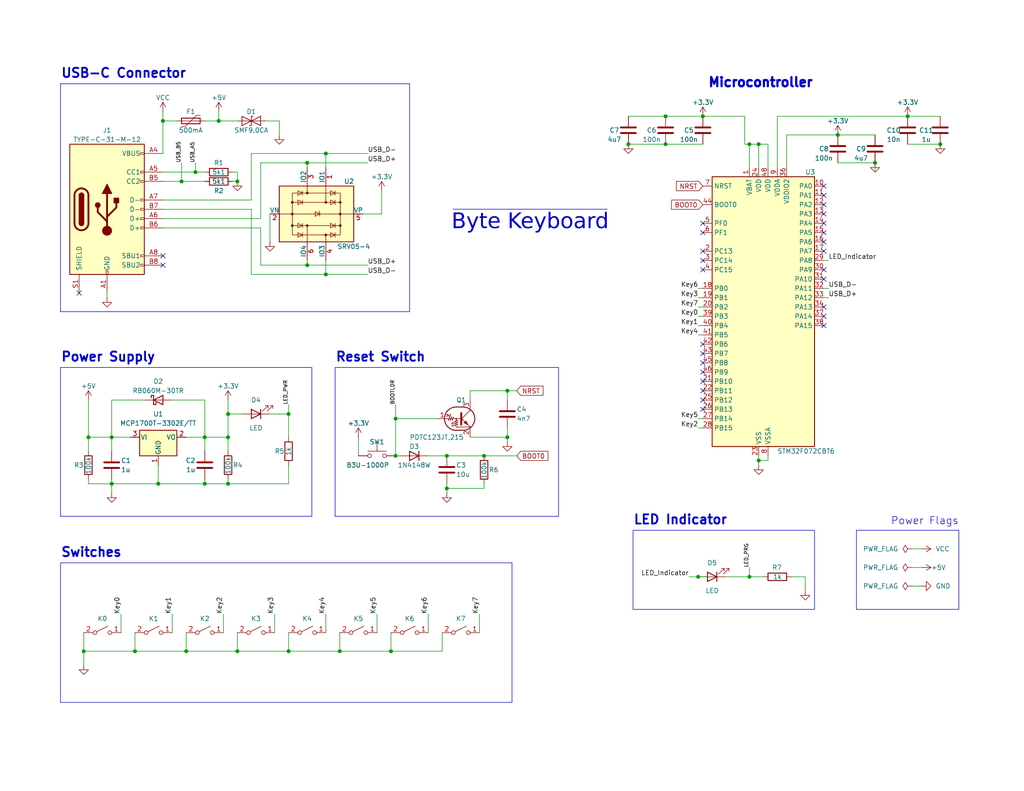
<source format=kicad_sch>
(kicad_sch (version 20231120) (generator "eeschema") (generator_version "8.0")
  (paper "USLetter")
  (title_block (title "Byte Keyboard") (date "2024-01-05") (rev "0.1.0") (company "rasch.co"))
  (lib_symbols
    (symbol "Connector:USB_C_Receptacle_USB2.0_16P" (pin_names (offset 1.016))
      (property "Reference" "J" (at 0 22.225 0))
      (property "Value" "USB_C_Receptacle_USB2.0_16P" (at 0 19.685 0))
      (symbol "USB_C_Receptacle_USB2.0_16P_1_1"
        (pin passive line (at 0 -22.86 90) (length 5.08) (name "GND") (number "A1"))
        (pin passive line (at 0 -22.86 90) (length 5.08) hide (name "GND") (number "A12"))
        (pin passive line (at 15.24 15.24 180) (length 5.08) (name "VBUS") (number "A4"))
        (pin bidirectional line (at 15.24 10.16 180) (length 5.08) (name "CC1") (number "A5"))
        (pin bidirectional line (at 15.24 -2.54 180) (length 5.08) (name "D+") (number "A6"))
        (pin bidirectional line (at 15.24 2.54 180) (length 5.08) (name "D-") (number "A7"))
        (pin bidirectional line (at 15.24 -12.7 180) (length 5.08) (name "SBU1") (number "A8"))
        (pin passive line (at 15.24 15.24 180) (length 5.08) hide (name "VBUS") (number "A9"))
        (pin passive line (at 0 -22.86 90) (length 5.08) hide (name "GND") (number "B1"))
        (pin passive line (at 0 -22.86 90) (length 5.08) hide (name "GND") (number "B12"))
        (pin passive line (at 15.24 15.24 180) (length 5.08) hide (name "VBUS") (number "B4"))
        (pin bidirectional line (at 15.24 7.62 180) (length 5.08) (name "CC2") (number "B5"))
        (pin bidirectional line (at 15.24 -5.08 180) (length 5.08) (name "D+") (number "B6"))
        (pin bidirectional line (at 15.24 0 180) (length 5.08) (name "D-") (number "B7"))
        (pin bidirectional line (at 15.24 -15.24 180) (length 5.08) (name "SBU2") (number "B8"))
        (pin passive line (at 15.24 15.24 180) (length 5.08) hide (name "VBUS") (number "B9"))
        (pin passive line (at -7.62 -22.86 90) (length 5.08) (name "SHIELD") (number "S1"))
      )
    )
    (symbol "Device:C" (pin_numbers hide) (pin_names (offset 0.254))
      (property "Reference" "C" (at 0.635 2.54 0))
      (property "Value" "C" (at 0.635 -2.54 0))
      (symbol "C_1_1"
        (pin passive line (at 0 3.81 270) (length 2.794) (name "~") (number "1"))
        (pin passive line (at 0 -3.81 90) (length 2.794) (name "~") (number "2"))
      )
    )
    (symbol "Device:D" (pin_numbers hide) (pin_names (offset 1.016) hide)
      (property "Reference" "D" (at 0 2.54 0))
      (property "Value" "D" (at 0 -2.54 0))
      (symbol "D_1_1"
        (pin passive line (at -3.81 0 0) (length 2.54) (name "K") (number "1"))
        (pin passive line (at 3.81 0 180) (length 2.54) (name "A") (number "2"))
      )
    )
    (symbol "Device:D_Schottky" (pin_numbers hide) (pin_names (offset 1.016) hide)
      (property "Reference" "D" (at 0 2.54 0))
      (property "Value" "D_Schottky" (at 0 -2.54 0))
      (symbol "D_Schottky_1_1"
        (pin passive line (at -3.81 0 0) (length 2.54) (name "K") (number "1"))
        (pin passive line (at 3.81 0 180) (length 2.54) (name "A") (number "2"))
      )
    )
    (symbol "Device:LED" (pin_numbers hide) (pin_names (offset 1.016) hide)
      (property "Reference" "D" (at 0 2.54 0))
      (property "Value" "LED" (at 0 -2.54 0))
      (symbol "LED_1_1"
        (pin passive line (at -3.81 0 0) (length 2.54) (name "K") (number "1"))
        (pin passive line (at 3.81 0 180) (length 2.54) (name "A") (number "2"))
      )
    )
    (symbol "Device:Polyfuse" (pin_numbers hide) (pin_names (offset 0))
      (property "Reference" "F" (at -2.54 0 90))
      (property "Value" "Polyfuse" (at 2.54 0 90))
      (symbol "Polyfuse_1_1"
        (pin passive line (at 0 3.81 270) (length 1.27) (name "~") (number "1"))
        (pin passive line (at 0 -3.81 90) (length 1.27) (name "~") (number "2"))
      )
    )
    (symbol "Device:R" (pin_numbers hide) (pin_names (offset 0))
      (property "Reference" "R" (at 2.032 0 90))
      (property "Value" "R" (at 0 0 90))
      (symbol "R_1_1"
        (pin passive line (at 0 3.81 270) (length 1.27) (name "~") (number "1"))
        (pin passive line (at 0 -3.81 90) (length 1.27) (name "~") (number "2"))
      )
    )
    (symbol "Diode:SMAJ9.0CA" (pin_numbers hide) (pin_names (offset 1.016) hide)
      (property "Reference" "D" (at 0 2.54 0))
      (property "Value" "SMAJ9.0CA" (at 0 -2.54 0))
      (symbol "SMAJ9.0CA_1_1"
        (pin passive line (at -3.81 0 0) (length 2.54) (name "A1") (number "1"))
        (pin passive line (at 3.81 0 180) (length 2.54) (name "A2") (number "2"))
      )
    )
    (symbol "MCU_ST_STM32F0:STM32F072CBTx"
      (property "Reference" "U" (at -12.7 39.37 0))
      (property "Value" "STM32F072CBTx" (at 10.16 39.37 0))
      (symbol "STM32F072CBTx_1_1"
        (pin power_in line (at -2.54 40.64 270) (length 2.54) (name "VBAT") (number "1"))
        (pin bidirectional line (at 17.78 35.56 180) (length 2.54) (name "PA0") (number "10"))
        (pin bidirectional line (at 17.78 33.02 180) (length 2.54) (name "PA1") (number "11"))
        (pin bidirectional line (at 17.78 30.48 180) (length 2.54) (name "PA2") (number "12"))
        (pin bidirectional line (at 17.78 27.94 180) (length 2.54) (name "PA3") (number "13"))
        (pin bidirectional line (at 17.78 25.4 180) (length 2.54) (name "PA4") (number "14"))
        (pin bidirectional line (at 17.78 22.86 180) (length 2.54) (name "PA5") (number "15"))
        (pin bidirectional line (at 17.78 20.32 180) (length 2.54) (name "PA6") (number "16"))
        (pin bidirectional line (at 17.78 17.78 180) (length 2.54) (name "PA7") (number "17"))
        (pin bidirectional line (at -15.24 7.62 0) (length 2.54) (name "PB0") (number "18"))
        (pin bidirectional line (at -15.24 5.08 0) (length 2.54) (name "PB1") (number "19"))
        (pin bidirectional line (at -15.24 17.78 0) (length 2.54) (name "PC13") (number "2"))
        (pin bidirectional line (at -15.24 2.54 0) (length 2.54) (name "PB2") (number "20"))
        (pin bidirectional line (at -15.24 -17.78 0) (length 2.54) (name "PB10") (number "21"))
        (pin bidirectional line (at -15.24 -20.32 0) (length 2.54) (name "PB11") (number "22"))
        (pin power_in line (at 0 -38.1 90) (length 2.54) (name "VSS") (number "23"))
        (pin power_in line (at 0 40.64 270) (length 2.54) (name "VDD") (number "24"))
        (pin bidirectional line (at -15.24 -22.86 0) (length 2.54) (name "PB12") (number "25"))
        (pin bidirectional line (at -15.24 -25.4 0) (length 2.54) (name "PB13") (number "26"))
        (pin bidirectional line (at -15.24 -27.94 0) (length 2.54) (name "PB14") (number "27"))
        (pin bidirectional line (at -15.24 -30.48 0) (length 2.54) (name "PB15") (number "28"))
        (pin bidirectional line (at 17.78 15.24 180) (length 2.54) (name "PA8") (number "29"))
        (pin bidirectional line (at -15.24 15.24 0) (length 2.54) (name "PC14") (number "3"))
        (pin bidirectional line (at 17.78 12.7 180) (length 2.54) (name "PA9") (number "30"))
        (pin bidirectional line (at 17.78 10.16 180) (length 2.54) (name "PA10") (number "31"))
        (pin bidirectional line (at 17.78 7.62 180) (length 2.54) (name "PA11") (number "32"))
        (pin bidirectional line (at 17.78 5.08 180) (length 2.54) (name "PA12") (number "33"))
        (pin bidirectional line (at 17.78 2.54 180) (length 2.54) (name "PA13") (number "34"))
        (pin passive line (at 0 -38.1 90) (length 2.54) hide (name "VSS") (number "35"))
        (pin power_in line (at 7.62 40.64 270) (length 2.54) (name "VDDIO2") (number "36"))
        (pin bidirectional line (at 17.78 0 180) (length 2.54) (name "PA14") (number "37"))
        (pin bidirectional line (at 17.78 -2.54 180) (length 2.54) (name "PA15") (number "38"))
        (pin bidirectional line (at -15.24 0 0) (length 2.54) (name "PB3") (number "39"))
        (pin bidirectional line (at -15.24 12.7 0) (length 2.54) (name "PC15") (number "4"))
        (pin bidirectional line (at -15.24 -2.54 0) (length 2.54) (name "PB4") (number "40"))
        (pin bidirectional line (at -15.24 -5.08 0) (length 2.54) (name "PB5") (number "41"))
        (pin bidirectional line (at -15.24 -7.62 0) (length 2.54) (name "PB6") (number "42"))
        (pin bidirectional line (at -15.24 -10.16 0) (length 2.54) (name "PB7") (number "43"))
        (pin input line (at -15.24 30.48 0) (length 2.54) (name "BOOT0") (number "44"))
        (pin bidirectional line (at -15.24 -12.7 0) (length 2.54) (name "PB8") (number "45"))
        (pin bidirectional line (at -15.24 -15.24 0) (length 2.54) (name "PB9") (number "46"))
        (pin passive line (at 0 -38.1 90) (length 2.54) hide (name "VSS") (number "47"))
        (pin power_in line (at 2.54 40.64 270) (length 2.54) (name "VDD") (number "48"))
        (pin bidirectional line (at -15.24 25.4 0) (length 2.54) (name "PF0") (number "5"))
        (pin bidirectional line (at -15.24 22.86 0) (length 2.54) (name "PF1") (number "6"))
        (pin input line (at -15.24 35.56 0) (length 2.54) (name "NRST") (number "7"))
        (pin power_in line (at 2.54 -38.1 90) (length 2.54) (name "VSSA") (number "8"))
        (pin power_in line (at 5.08 40.64 270) (length 2.54) (name "VDDA") (number "9"))
      )
    )
    (symbol "Power_Protection:SRV05-4" (pin_names (offset 0))
      (property "Reference" "U" (at -5.08 11.43 0))
      (property "Value" "SRV05-4" (at 2.54 11.43 0))
      (symbol "SRV05-4_1_1"
        (pin passive line (at -12.7 2.54 0) (length 5.08) (name "IO1") (number "1"))
        (pin passive line (at 0 -12.7 90) (length 2.54) (name "VN") (number "2"))
        (pin passive line (at -12.7 -2.54 0) (length 5.08) (name "IO2") (number "3"))
        (pin passive line (at 12.7 2.54 180) (length 5.08) (name "IO3") (number "4"))
        (pin passive line (at 0 12.7 270) (length 2.54) (name "VP") (number "5"))
        (pin passive line (at 12.7 -2.54 180) (length 5.08) (name "IO4") (number "6"))
      )
    )
    (symbol "Regulator_Linear:MCP1700x-330xxTT" (pin_names (offset 0.254))
      (property "Reference" "U" (at -3.81 3.175 0))
      (property "Value" "MCP1700x-330xxTT" (at 0 3.175 0))
      (symbol "MCP1700x-330xxTT_1_1"
        (pin power_in line (at 0 -7.62 90) (length 2.54) (name "GND") (number "1"))
        (pin power_out line (at 7.62 0 180) (length 2.54) (name "VO") (number "2"))
        (pin power_in line (at -7.62 0 0) (length 2.54) (name "VI") (number "3"))
      )
    )
    (symbol "Switch:SW_Push" (pin_numbers hide) (pin_names (offset 1.016) hide)
      (property "Reference" "SW" (at 1.27 2.54 0))
      (property "Value" "SW_Push" (at 0 -1.524 0))
      (symbol "SW_Push_0_1"
        (pin passive line (at -5.08 0 0) (length 2.54) (name "1") (number "1"))
        (pin passive line (at 5.08 0 180) (length 2.54) (name "2") (number "2"))
      )
    )
    (symbol "Transistor_BJT:DTC123J" (pin_names (offset 0) hide)
      (property "Reference" "Q" (at 5.08 1.905 0))
      (property "Value" "DTC123J" (at 5.08 0 0))
      (symbol "DTC123J_0_0"
        (text "2k2" (at -3.302 0.889 0) (effects (font (size 0.508 0.508))))
        (text "47k" (at -2.159 -1.524 900) (effects (font (size 0.508 0.508))))
      )
      (symbol "DTC123J_1_1"
        (pin input line (at -6.35 0 0) (length 2.54) (name "B") (number "1"))
        (pin passive line (at 2.54 -5.08 90) (length 2.54) (name "E") (number "2"))
        (pin passive line (at 2.54 5.08 270) (length 2.54) (name "C") (number "3"))
      )
    )
    (symbol "library-key:Kailh_Choc_PG1350" (pin_names (offset 0) hide)
      (property "Reference" "K0_0" (at 0 3.81 0))
      (symbol "Kailh_Choc_PG1350_1_1"
        (pin passive line (at 5.08 0 180) (length 2.54) (name "A") (number "1"))
        (pin passive line (at -5.08 0 0) (length 2.54) (name "B") (number "2"))
      )
    )
    (symbol "power:+3.3V" (power) (pin_numbers hide) (pin_names (offset 0) hide)
      (property "Value" "+3.3V" (at 0 3.556 0))
      (symbol "+3.3V_1_1"
        (pin power_in line (at 0 0 90) (length 0) (name "~") (number "1"))
      )
    )
    (symbol "power:+5V" (power) (pin_numbers hide) (pin_names (offset 0) hide)
      (property "Value" "+5V" (at 0 3.556 0))
      (symbol "+5V_1_1"
        (pin power_in line (at 0 0 90) (length 0) (name "~") (number "1"))
      )
    )
    (symbol "power:GND" (power) (pin_numbers hide) (pin_names (offset 0) hide)
      (property "Value" "GND" (at 0 -3.81 0))
      (symbol "GND_1_1"
        (pin power_in line (at 0 0 270) (length 0) (name "~") (number "1"))
      )
    )
    (symbol "power:PWR_FLAG" (power) (pin_numbers hide) (pin_names (offset 0) hide)
      (property "Value" "PWR_FLAG" (at 0 3.81 0))
      (symbol "PWR_FLAG_0_0"
        (pin power_out line (at 0 0 90) (length 0) (name "~") (number "1"))
      )
    )
    (symbol "power:VCC" (power) (pin_numbers hide) (pin_names (offset 0) hide)
      (property "Value" "VCC" (at 0 3.556 0))
      (symbol "VCC_1_1"
        (pin power_in line (at 0 0 90) (length 0) (name "~") (number "1"))
      )
    )
  )
  (junction (at 107.95 114.3))
  (junction (at 190.5 157.48))
  (junction (at 228.6 36.83))
  (junction (at 36.83 177.8))
  (junction (at 78.74 113.03))
  (junction (at 50.8 177.8))
  (junction (at 64.77 49.53))
  (junction (at 78.74 177.8))
  (junction (at 138.43 119.38))
  (junction (at 88.9 74.93))
  (junction (at 55.88 119.38))
  (junction (at 181.61 39.37))
  (junction (at 62.23 132.08))
  (junction (at 62.23 113.03))
  (junction (at 88.9 41.91))
  (junction (at 238.76 44.45))
  (junction (at 132.08 124.46))
  (junction (at 49.53 49.53))
  (junction (at 121.92 133.35))
  (junction (at 62.23 119.38))
  (junction (at 204.47 39.37))
  (junction (at 30.48 119.38))
  (junction (at 64.77 177.8))
  (junction (at 92.71 177.8))
  (junction (at 59.69 33.02))
  (junction (at 121.92 124.46))
  (junction (at 171.45 39.37))
  (junction (at 43.18 132.08))
  (junction (at 256.54 39.37))
  (junction (at 44.45 33.02))
  (junction (at 24.13 119.38))
  (junction (at 30.48 132.08))
  (junction (at 138.43 106.68))
  (junction (at 181.61 31.75))
  (junction (at 53.34 46.99))
  (junction (at 83.82 72.39))
  (junction (at 107.95 124.46))
  (junction (at 106.68 177.8))
  (junction (at 204.47 157.48))
  (junction (at 247.65 31.75))
  (junction (at 207.01 125.73))
  (junction (at 191.77 31.75))
  (junction (at 55.88 132.08))
  (junction (at 207.01 39.37))
  (junction (at 83.82 44.45))
  (junction (at 22.86 177.8))
  (no_connect (at 44.45 69.85))
  (no_connect (at 191.77 73.66))
  (no_connect (at 224.79 58.42))
  (no_connect (at 224.79 83.82))
  (no_connect (at 224.79 55.88))
  (no_connect (at 191.77 104.14))
  (no_connect (at 191.77 71.12))
  (no_connect (at 191.77 68.58))
  (no_connect (at 44.45 72.39))
  (no_connect (at 191.77 106.68))
  (no_connect (at 224.79 68.58))
  (no_connect (at 224.79 76.2))
  (no_connect (at 191.77 93.98))
  (no_connect (at 21.59 80.01))
  (no_connect (at 224.79 88.9))
  (no_connect (at 191.77 101.6))
  (no_connect (at 224.79 73.66))
  (no_connect (at 191.77 111.76))
  (no_connect (at 191.77 99.06))
  (no_connect (at 191.77 109.22))
  (no_connect (at 191.77 60.96))
  (no_connect (at 224.79 86.36))
  (no_connect (at 224.79 50.8))
  (no_connect (at 191.77 96.52))
  (no_connect (at 224.79 66.04))
  (no_connect (at 224.79 53.34))
  (no_connect (at 224.79 63.5))
  (no_connect (at 224.79 60.96))
  (no_connect (at 191.77 63.5))
  (wire (pts (xy 22.86 181.61) (xy 22.86 177.8)))
  (wire (pts (xy 190.5 114.3) (xy 191.77 114.3)))
  (wire (pts (xy 24.13 109.22) (xy 24.13 119.38)))
  (wire (pts (xy 190.5 78.74) (xy 191.77 78.74)))
  (wire (pts (xy 128.27 119.38) (xy 138.43 119.38)))
  (wire (pts (xy 138.43 116.84) (xy 138.43 119.38)))
  (wire (pts (xy 62.23 132.08) (xy 62.23 130.81)))
  (wire (pts (xy 62.23 113.03) (xy 62.23 119.38)))
  (wire (pts (xy 48.26 33.02) (xy 44.45 33.02)))
  (wire (pts (xy 228.6 44.45) (xy 238.76 44.45)))
  (wire (pts (xy 251.46 149.86) (xy 248.92 149.86)))
  (wire (pts (xy 55.88 49.53) (xy 49.53 49.53)))
  (wire (pts (xy 62.23 109.22) (xy 62.23 113.03)))
  (wire (pts (xy 64.77 46.99) (xy 64.77 49.53)))
  (wire (pts (xy 203.2 31.75) (xy 191.77 31.75)))
  (wire (pts (xy 24.13 119.38) (xy 24.13 123.19)))
  (wire (pts (xy 190.5 86.36) (xy 191.77 86.36)))
  (wire (pts (xy 63.5 46.99) (xy 64.77 46.99)))
  (wire (pts (xy 204.47 39.37) (xy 204.47 45.72)))
  (wire (pts (xy 121.92 133.35) (xy 121.92 132.08)))
  (wire (pts (xy 46.99 167.64) (xy 46.99 172.72)))
  (wire (pts (xy 71.12 62.23) (xy 71.12 72.39)))
  (wire (pts (xy 71.12 44.45) (xy 83.82 44.45)))
  (wire (pts (xy 214.63 36.83) (xy 214.63 45.72)))
  (wire (pts (xy 50.8 177.8) (xy 64.77 177.8)))
  (polyline (pts (xy 152.4 140.97) (xy 152.4 100.33)))
  (wire (pts (xy 43.18 132.08) (xy 55.88 132.08)))
  (wire (pts (xy 247.65 39.37) (xy 256.54 39.37)))
  (wire (pts (xy 88.9 71.12) (xy 88.9 74.93)))
  (wire (pts (xy 30.48 132.08) (xy 30.48 134.62)))
  (polyline (pts (xy 233.68 166.37) (xy 261.62 166.37)))
  (wire (pts (xy 102.87 167.64) (xy 102.87 172.72)))
  (wire (pts (xy 121.92 134.62) (xy 121.92 133.35)))
  (wire (pts (xy 209.55 124.46) (xy 209.55 125.73)))
  (wire (pts (xy 76.2 33.02) (xy 72.39 33.02)))
  (wire (pts (xy 247.65 31.75) (xy 256.54 31.75)))
  (wire (pts (xy 99.06 58.42) (xy 104.14 58.42)))
  (wire (pts (xy 88.9 167.64) (xy 88.9 172.72)))
  (polyline (pts (xy 111.76 85.09) (xy 111.76 22.86)))
  (wire (pts (xy 171.45 31.75) (xy 181.61 31.75)))
  (wire (pts (xy 64.77 177.8) (xy 78.74 177.8)))
  (wire (pts (xy 116.84 124.46) (xy 121.92 124.46)))
  (wire (pts (xy 238.76 44.45) (xy 238.76 46.99)))
  (wire (pts (xy 88.9 74.93) (xy 100.33 74.93)))
  (polyline (pts (xy 111.76 22.86) (xy 16.51 22.86)))
  (wire (pts (xy 251.46 154.94) (xy 248.92 154.94)))
  (wire (pts (xy 30.48 132.08) (xy 43.18 132.08)))
  (wire (pts (xy 78.74 113.03) (xy 78.74 119.38)))
  (wire (pts (xy 207.01 39.37) (xy 204.47 39.37)))
  (polyline (pts (xy 233.68 144.78) (xy 233.68 166.37)))
  (wire (pts (xy 59.69 30.48) (xy 59.69 33.02)))
  (wire (pts (xy 219.71 161.29) (xy 219.71 157.48)))
  (polyline (pts (xy 85.09 140.97) (xy 85.09 100.33)))
  (polyline (pts (xy 16.51 85.09) (xy 111.76 85.09)))
  (wire (pts (xy 55.88 130.81) (xy 55.88 132.08)))
  (wire (pts (xy 132.08 132.08) (xy 132.08 133.35)))
  (wire (pts (xy 55.88 33.02) (xy 59.69 33.02)))
  (wire (pts (xy 224.79 81.28) (xy 226.06 81.28)))
  (wire (pts (xy 44.45 54.61) (xy 68.58 54.61)))
  (wire (pts (xy 208.28 157.48) (xy 204.47 157.48)))
  (wire (pts (xy 55.88 119.38) (xy 62.23 119.38)))
  (wire (pts (xy 44.45 62.23) (xy 71.12 62.23)))
  (wire (pts (xy 107.95 114.3) (xy 119.38 114.3)))
  (wire (pts (xy 71.12 72.39) (xy 83.82 72.39)))
  (wire (pts (xy 30.48 119.38) (xy 35.56 119.38)))
  (wire (pts (xy 130.81 167.64) (xy 130.81 172.72)))
  (wire (pts (xy 207.01 125.73) (xy 207.01 127)))
  (wire (pts (xy 55.88 119.38) (xy 55.88 109.22)))
  (wire (pts (xy 193.04 157.48) (xy 190.5 157.48)))
  (wire (pts (xy 207.01 124.46) (xy 207.01 125.73)))
  (wire (pts (xy 204.47 39.37) (xy 203.2 39.37)))
  (wire (pts (xy 106.68 172.72) (xy 106.68 177.8)))
  (polyline (pts (xy 152.4 100.33) (xy 91.44 100.33)))
  (wire (pts (xy 106.68 177.8) (xy 120.65 177.8)))
  (wire (pts (xy 55.88 132.08) (xy 62.23 132.08)))
  (wire (pts (xy 62.23 132.08) (xy 78.74 132.08)))
  (wire (pts (xy 92.71 172.72) (xy 92.71 177.8)))
  (wire (pts (xy 55.88 109.22) (xy 46.99 109.22)))
  (wire (pts (xy 50.8 172.72) (xy 50.8 177.8)))
  (wire (pts (xy 88.9 41.91) (xy 100.33 41.91)))
  (wire (pts (xy 63.5 49.53) (xy 64.77 49.53)))
  (wire (pts (xy 30.48 123.19) (xy 30.48 119.38)))
  (wire (pts (xy 68.58 57.15) (xy 68.58 74.93)))
  (wire (pts (xy 29.21 80.01) (xy 29.21 81.28)))
  (wire (pts (xy 190.5 88.9) (xy 191.77 88.9)))
  (wire (pts (xy 76.2 36.83) (xy 76.2 33.02)))
  (wire (pts (xy 212.09 31.75) (xy 212.09 45.72)))
  (wire (pts (xy 128.27 109.22) (xy 128.27 106.68)))
  (wire (pts (xy 107.95 124.46) (xy 107.95 114.3)))
  (wire (pts (xy 24.13 130.81) (xy 24.13 132.08)))
  (wire (pts (xy 78.74 127) (xy 78.74 132.08)))
  (wire (pts (xy 24.13 119.38) (xy 30.48 119.38)))
  (wire (pts (xy 64.77 33.02) (xy 59.69 33.02)))
  (wire (pts (xy 132.08 124.46) (xy 140.97 124.46)))
  (polyline (pts (xy 261.62 166.37) (xy 261.62 144.78)))
  (wire (pts (xy 109.22 124.46) (xy 107.95 124.46)))
  (wire (pts (xy 36.83 172.72) (xy 36.83 177.8)))
  (wire (pts (xy 43.18 127) (xy 43.18 132.08)))
  (wire (pts (xy 68.58 54.61) (xy 68.58 41.91)))
  (wire (pts (xy 55.88 46.99) (xy 53.34 46.99)))
  (wire (pts (xy 138.43 106.68) (xy 140.97 106.68)))
  (wire (pts (xy 83.82 71.12) (xy 83.82 72.39)))
  (wire (pts (xy 83.82 44.45) (xy 83.82 45.72)))
  (wire (pts (xy 209.55 39.37) (xy 207.01 39.37)))
  (wire (pts (xy 138.43 106.68) (xy 138.43 109.22)))
  (polyline (pts (xy 233.68 144.78) (xy 261.62 144.78)))
  (wire (pts (xy 138.43 120.65) (xy 138.43 119.38)))
  (polyline (pts (xy 85.09 100.33) (xy 16.51 100.33)))
  (polyline (pts (xy 91.44 100.33) (xy 91.44 140.97)))
  (wire (pts (xy 226.06 71.12) (xy 224.79 71.12)))
  (wire (pts (xy 22.86 172.72) (xy 22.86 177.8)))
  (wire (pts (xy 181.61 31.75) (xy 191.77 31.75)))
  (wire (pts (xy 128.27 106.68) (xy 138.43 106.68)))
  (wire (pts (xy 207.01 45.72) (xy 207.01 39.37)))
  (wire (pts (xy 50.8 119.38) (xy 55.88 119.38)))
  (wire (pts (xy 68.58 41.91) (xy 88.9 41.91)))
  (wire (pts (xy 107.95 114.3) (xy 107.95 110.49)))
  (wire (pts (xy 190.5 116.84) (xy 191.77 116.84)))
  (polyline (pts (xy 91.44 140.97) (xy 152.4 140.97)))
  (wire (pts (xy 219.71 157.48) (xy 215.9 157.48)))
  (wire (pts (xy 104.14 58.42) (xy 104.14 52.07)))
  (wire (pts (xy 53.34 46.99) (xy 44.45 46.99)))
  (wire (pts (xy 190.5 91.44) (xy 191.77 91.44)))
  (polyline (pts (xy 16.51 100.33) (xy 16.51 140.97)))
  (wire (pts (xy 121.92 124.46) (xy 132.08 124.46)))
  (wire (pts (xy 190.5 81.28) (xy 191.77 81.28)))
  (wire (pts (xy 30.48 109.22) (xy 39.37 109.22)))
  (polyline (pts (xy 16.51 140.97) (xy 85.09 140.97)))
  (wire (pts (xy 44.45 30.48) (xy 44.45 33.02)))
  (wire (pts (xy 120.65 177.8) (xy 120.65 172.72)))
  (wire (pts (xy 204.47 154.94) (xy 204.47 157.48)))
  (wire (pts (xy 190.5 157.48) (xy 187.96 157.48)))
  (wire (pts (xy 30.48 119.38) (xy 30.48 109.22)))
  (wire (pts (xy 74.93 167.64) (xy 74.93 172.72)))
  (wire (pts (xy 49.53 44.45) (xy 49.53 49.53)))
  (wire (pts (xy 203.2 39.37) (xy 203.2 31.75)))
  (wire (pts (xy 228.6 36.83) (xy 238.76 36.83)))
  (wire (pts (xy 116.84 167.64) (xy 116.84 172.72)))
  (wire (pts (xy 83.82 72.39) (xy 100.33 72.39)))
  (wire (pts (xy 68.58 74.93) (xy 88.9 74.93)))
  (wire (pts (xy 36.83 177.8) (xy 50.8 177.8)))
  (wire (pts (xy 97.79 124.46) (xy 97.79 119.38)))
  (wire (pts (xy 60.96 167.64) (xy 60.96 172.72)))
  (wire (pts (xy 66.04 113.03) (xy 62.23 113.03)))
  (wire (pts (xy 226.06 78.74) (xy 224.79 78.74)))
  (wire (pts (xy 44.45 57.15) (xy 68.58 57.15)))
  (wire (pts (xy 71.12 59.69) (xy 71.12 44.45)))
  (wire (pts (xy 30.48 130.81) (xy 30.48 132.08)))
  (wire (pts (xy 214.63 36.83) (xy 228.6 36.83)))
  (wire (pts (xy 171.45 39.37) (xy 181.61 39.37)))
  (wire (pts (xy 62.23 119.38) (xy 62.23 123.19)))
  (wire (pts (xy 24.13 132.08) (xy 30.48 132.08)))
  (wire (pts (xy 73.66 58.42) (xy 73.66 66.04)))
  (wire (pts (xy 78.74 110.49) (xy 78.74 113.03)))
  (wire (pts (xy 64.77 172.72) (xy 64.77 177.8)))
  (wire (pts (xy 44.45 59.69) (xy 71.12 59.69)))
  (wire (pts (xy 209.55 125.73) (xy 207.01 125.73)))
  (wire (pts (xy 49.53 49.53) (xy 44.45 49.53)))
  (wire (pts (xy 78.74 113.03) (xy 73.66 113.03)))
  (wire (pts (xy 78.74 172.72) (xy 78.74 177.8)))
  (wire (pts (xy 44.45 33.02) (xy 44.45 41.91)))
  (wire (pts (xy 83.82 44.45) (xy 100.33 44.45)))
  (wire (pts (xy 53.34 44.45) (xy 53.34 46.99)))
  (wire (pts (xy 88.9 41.91) (xy 88.9 45.72)))
  (wire (pts (xy 22.86 177.8) (xy 36.83 177.8)))
  (polyline (pts (xy 16.51 22.86) (xy 16.51 85.09)))
  (wire (pts (xy 92.71 177.8) (xy 106.68 177.8)))
  (wire (pts (xy 251.46 160.02) (xy 248.92 160.02)))
  (wire (pts (xy 181.61 39.37) (xy 191.77 39.37)))
  (wire (pts (xy 209.55 45.72) (xy 209.55 39.37)))
  (wire (pts (xy 132.08 133.35) (xy 121.92 133.35)))
  (wire (pts (xy 78.74 177.8) (xy 92.71 177.8)))
  (wire (pts (xy 212.09 31.75) (xy 247.65 31.75)))
  (wire (pts (xy 55.88 123.19) (xy 55.88 119.38)))
  (wire (pts (xy 33.02 167.64) (xy 33.02 172.72)))
  (wire (pts (xy 190.5 83.82) (xy 191.77 83.82)))
  (wire (pts (xy 204.47 157.48) (xy 198.12 157.48)))
  (rectangle (start 16.51 153.67) (end 139.7 191.77))
  (rectangle (start 172.72 144.78) (end 222.25 166.37))
  (text "LED Indicator" (at 172.72 143.51 0) (effects (font (size 2.5 2.5) (thickness 0.5) (bold yes)) (justify left bottom)))
  (text "Power Flags" (at 261.62 143.51 0) (effects (font (size 2 2)) (justify right bottom)))
  (text "Switches" (at 16.51 152.4 0) (effects (font (size 2.5 2.5) (bold yes)) (justify left bottom)))
  (text "~{${TITLE}}" (at 123.19 64.77 0) (effects (font (size 4.2 4.2) (italic yes)) (justify left bottom)))
  (text "USB-C Connector" (at 16.51 21.59 0) (effects (font (size 2.5 2.5) (thickness 0.5) (bold yes)) (justify left bottom)))
  (text "Power Supply" (at 16.51 99.06 0) (effects (font (size 2.5 2.5) (thickness 0.5) (bold yes)) (justify left bottom)))
  (text "Microcontroller" (at 193.04 24.13 0) (effects (font (size 2.5 2.5) (thickness 0.6) (bold yes)) (justify left bottom)))
  (text "Reset Switch" (at 91.44 99.06 0) (effects (font (size 2.5 2.5) (thickness 0.5) (bold yes)) (justify left bottom)))
  (label "Key5" (at 102.87 167.64 90))
  (label "Key6" (at 116.84 167.64 90))
  (label "LED_Indicator" (at 226.06 71.12 0))
  (label "Key7" (at 190.5 83.82 180))
  (label "Key4" (at 88.9 167.64 90))
  (label "Key0" (at 190.5 86.36 180))
  (label "Key4" (at 190.5 91.44 180))
  (label "Key2" (at 60.96 167.64 90))
  (label "Key2" (at 190.5 116.84 180))
  (label "Key1" (at 190.5 88.9 180))
  (label "USB_A5" (at 53.34 44.45 90) (effects (font (size 1 1))))
  (label "Key0" (at 33.02 167.64 90))
  (label "Key5" (at 190.5 114.3 180))
  (label "Key1" (at 46.99 167.64 90))
  (label "Key3" (at 190.5 81.28 180))
  (label "USB_D+" (at 100.33 72.39 0))
  (label "LED_PWR" (at 78.74 110.49 90) (effects (font (size 1 1))))
  (label "USB_D-" (at 100.33 74.93 0))
  (label "Key3" (at 74.93 167.64 90))
  (label "LED_Indicator" (at 187.96 157.48 180))
  (label "USB_D+" (at 100.33 44.45 0))
  (label "USB_D+" (at 226.06 81.28 0))
  (label "LED_PRG" (at 204.47 154.94 90) (effects (font (size 1 1))))
  (label "USB_D-" (at 100.33 41.91 0))
  (label "USB_D-" (at 226.06 78.74 0))
  (label "Key7" (at 130.81 167.64 90))
  (label "USB_B5" (at 49.53 44.45 90) (effects (font (size 1 1))))
  (label "Key6" (at 190.5 78.74 180))
  (label "BOOTLDR" (at 107.95 110.49 90) (effects (font (size 1 1))))
  (global_label "NRST" (shape input) (at 191.77 50.8 180) (property "Intersheetrefs" "${INTERSHEET_REFS}" (effects (hide yes))))
  (global_label "BOOT0" (shape input) (at 140.97 124.46 0) (property "Intersheetrefs" "${INTERSHEET_REFS}" (effects (hide yes))))
  (global_label "NRST" (shape input) (at 140.97 106.68 0) (property "Intersheetrefs" "${INTERSHEET_REFS}" (effects (hide yes))))
  (global_label "BOOT0" (shape input) (at 191.77 55.88 180) (property "Intersheetrefs" "${INTERSHEET_REFS}" (effects (hide yes))))
  (symbol (lib_id "power:+5V") (at 59.69 30.48 0) (unit 1)
    (property "Reference" "#PWR08" (effects (hide yes)))
    (property "Value" "+5V" (at 59.69 26.67 0))
    (property "Description" "Power symbol creates a global label with name \"+5V\"" (effects (hide yes)))
  )
  (symbol (lib_id "Device:R") (at 24.13 127 0) (unit 1)
    (property "Reference" "R3" (at 22.86 127 0) (effects (justify right)))
    (property "Value" "100k" (at 24.13 129.54 90) (effects (justify left)))
    (property "Footprint" "Resistor_SMD:R_0805_2012Metric" (effects (hide yes)))
    (property "LCSC Part" "C149504" (effects (hide yes)))
    (property "Part Name" "Resistor" (effects (hide yes)))
  )
  (symbol (lib_id "power:GND") (at 73.66 66.04 0) (unit 1)
    (property "Reference" "#PWR011" (effects (hide yes)))
    (property "Value" "GND" (effects (hide yes)))
    (property "Description" "Power symbol creates a global label with name \"GND\" , ground" (effects (hide yes)))
  )
  (symbol (lib_id "Device:D") (at 113.03 124.46 180) (unit 1)
    (property "Reference" "D3" (at 113.03 121.92 0))
    (property "Value" "1N4148W" (at 113.03 127 0))
    (property "Footprint" "Diode_SMD:D_SOD-123" (effects (hide yes)))
    (property "Sim.Device" "D" (effects (hide yes)))
    (property "Sim.Pins" "1=K 2=A" (effects (hide yes)))
    (property "LCSC Part" "C81598" (effects (hide yes)))
    (property "Part Name" "Diode" (effects (hide yes)))
  )
  (symbol (lib_id "Device:LED") (at 69.85 113.03 180) (unit 1)
    (property "Reference" "D4" (at 69.85 109.22 0))
    (property "Value" "LED" (at 69.85 116.84 0))
    (property "Footprint" "LED_SMD:LED_0603_1608Metric" (effects (hide yes)))
    (property "LCSC Part" " C84263" (effects (hide yes)))
    (property "Part Name" "Red LED" (effects (hide yes)))
  )
  (symbol (lib_id "power:+3.3V") (at 191.77 31.75 0) (unit 1)
    (property "Reference" "#PWR015" (effects (hide yes)))
    (property "Value" "+3.3V" (at 191.77 27.94 0))
    (property "Description" "Power symbol creates a global label with name \"+3.3V\"" (effects (hide yes)))
  )
  (symbol (lib_id "power:VCC") (at 251.46 149.86 270) (unit 1)
    (property "Reference" "#PWR021" (effects (hide yes)))
    (property "Value" "VCC" (at 255.27 149.86 90) (effects (justify left)))
    (property "Description" "Power symbol creates a global label with name \"VCC\"" (effects (hide yes)))
  )
  (symbol (lib_id "Device:C") (at 30.48 127 0) (unit 1)
    (property "Reference" "C1" (at 33.02 125.73 0) (effects (justify left)))
    (property "Value" "1u" (at 33.02 128.27 0) (effects (justify left)))
    (property "Footprint" "Capacitor_SMD:C_0805_2012Metric" (effects (hide yes)))
    (property "LCSC Part" "C28323" (effects (hide yes)))
    (property "Part Name" "Capacitor" (effects (hide yes)))
  )
  (symbol (lib_id "power:GND") (at 22.86 181.61 0) (unit 1)
    (property "Reference" "#PWR026" (effects (hide yes)))
    (property "Value" "GND" (effects (hide yes)))
    (property "Description" "Power symbol creates a global label with name \"GND\" , ground" (effects (hide yes)))
  )
  (symbol (lib_id "power:PWR_FLAG") (at 248.92 154.94 90) (unit 1)
    (property "Reference" "#FLG03" (effects (hide yes)))
    (property "Value" "PWR_FLAG" (at 245.11 154.94 90) (effects (justify left)))
    (property "Description" "Special symbol for telling ERC where power comes from" (effects (hide yes)))
  )
  (symbol (lib_id "power:GND") (at 207.01 127 0) (unit 1)
    (property "Reference" "#PWR016" (effects (hide yes)))
    (property "Value" "GND" (effects (hide yes)))
    (property "Description" "Power symbol creates a global label with name \"GND\" , ground" (effects (hide yes)))
  )
  (symbol (lib_id "power:GND") (at 256.54 39.37 0) (unit 1)
    (property "Reference" "#PWR020" (effects (hide yes)))
    (property "Value" "GND" (effects (hide yes)))
    (property "Description" "Power symbol creates a global label with name \"GND\" , ground" (effects (hide yes)))
  )
  (symbol (lib_id "Regulator_Linear:MCP1700x-330xxTT") (at 43.18 119.38 0) (unit 1)
    (property "Reference" "U1" (at 43.18 113.03 0))
    (property "Value" "MCP1700T-3302E/TT" (at 43.18 115.57 0))
    (property "Footprint" "Package_TO_SOT_SMD:SOT-23" (effects (hide yes)))
    (property "Datasheet" "http://ww1.microchip.com/downloads/en/DeviceDoc/20001826D.pdf" (effects (hide yes)))
    (property "LCSC Part" "C39051" (effects (hide yes)))
    (property "Part Name" "Dropout Regulator" (effects (hide yes)))
  )
  (symbol (lib_id "Device:C") (at 55.88 127 0) (unit 1)
    (property "Reference" "C2" (at 53.34 125.73 0) (effects (justify right)))
    (property "Value" "1u" (at 53.34 128.27 0) (effects (justify right)))
    (property "Footprint" "Capacitor_SMD:C_0805_2012Metric" (effects (hide yes)))
    (property "LCSC Part" "C28323" (effects (hide yes)))
    (property "Part Name" "Capacitor" (effects (hide yes)))
  )
  (symbol (lib_id "power:GND") (at 238.76 44.45 0) (unit 1)
    (property "Reference" "#PWR018" (effects (hide yes)))
    (property "Value" "GND" (effects (hide yes)))
    (property "Description" "Power symbol creates a global label with name \"GND\" , ground" (effects (hide yes)))
  )
  (symbol (lib_id "Device:C") (at 256.54 35.56 180) (unit 1)
    (property "Reference" "C11" (at 252.73 35.56 0))
    (property "Value" "1u" (at 252.73 38.1 0))
    (property "Footprint" "Capacitor_SMD:C_0805_2012Metric" (effects (hide yes)))
    (property "LCSC Part" "C28323" (effects (hide yes)))
    (property "Part Name" "Capacitor" (effects (hide yes)))
  )
  (symbol (lib_id "Device:C") (at 228.6 40.64 180) (unit 1)
    (property "Reference" "C8" (at 224.79 40.64 0))
    (property "Value" "100n" (at 224.79 43.18 0))
    (property "Footprint" "Capacitor_SMD:C_0805_2012Metric" (effects (hide yes)))
    (property "LCSC Part" "C49678" (effects (hide yes)))
    (property "Part Name" "Capacitor" (effects (hide yes)))
  )
  (symbol (lib_id "library-key:Kailh_Choc_PG1350") (at 111.76 172.72 0) (unit 1)
    (property "Reference" "K6" (at 111.76 168.91 0))
    (property "Value" "SW_KEY" (effects (hide yes)))
    (property "Footprint" "library:Choc_PG1350_Choc_Spacing" (effects (hide yes)))
  )
  (symbol (lib_id "power:+3.3V") (at 247.65 31.75 0) (unit 1)
    (property "Reference" "#PWR019" (effects (hide yes)))
    (property "Value" "+3.3V" (at 247.65 27.94 0))
    (property "Description" "Power symbol creates a global label with name \"+3.3V\"" (effects (hide yes)))
  )
  (symbol (lib_id "Device:D_Schottky") (at 43.18 109.22 0) (unit 1)
    (property "Reference" "D2" (at 43.18 104.14 0))
    (property "Value" "RB060M-30TR" (at 43.18 106.68 0))
    (property "Footprint" "Diode_SMD:D_SOD-123" (effects (hide yes)))
    (property "LCSC Part" "C559324" (effects (hide yes)))
    (property "Part Name" "Schottky Barrier Diodes" (effects (hide yes)))
  )
  (symbol (lib_id "power:+3.3V") (at 104.14 52.07 0) (unit 1)
    (property "Reference" "#PWR013" (effects (hide yes)))
    (property "Value" "+3.3V" (at 104.14 48.26 0))
    (property "Description" "Power symbol creates a global label with name \"+3.3V\"" (effects (hide yes)))
  )
  (symbol (lib_id "power:GND") (at 121.92 134.62 0) (unit 1)
    (property "Reference" "#PWR06" (effects (hide yes)))
    (property "Value" "GND" (effects (hide yes)))
    (property "Description" "Power symbol creates a global label with name \"GND\" , ground" (effects (hide yes)))
  )
  (symbol (lib_id "Device:LED") (at 194.31 157.48 180) (unit 1)
    (property "Reference" "D5" (at 194.31 153.67 0))
    (property "Value" "LED" (at 194.31 161.29 0))
    (property "Footprint" "LED_SMD:LED_0603_1608Metric" (effects (hide yes)))
    (property "LCSC Part" " C84263" (effects (hide yes)))
    (property "Part Name" "Red LED" (effects (hide yes)))
  )
  (symbol (lib_id "Device:C") (at 238.76 40.64 180) (unit 1)
    (property "Reference" "C9" (at 234.95 40.64 0))
    (property "Value" "4u7" (at 234.95 43.18 0))
    (property "Footprint" "Capacitor_SMD:C_0805_2012Metric" (effects (hide yes)))
    (property "LCSC Part" "C87998" (effects (hide yes)))
    (property "Part Name" "Capacitor" (effects (hide yes)))
  )
  (symbol (lib_id "library-key:Kailh_Choc_PG1350") (at 83.82 172.72 0) (unit 1)
    (property "Reference" "K4" (at 83.82 168.91 0))
    (property "Value" "SW_KEY" (effects (hide yes)))
    (property "Footprint" "library:Choc_PG1350_Choc_Spacing" (effects (hide yes)))
  )
  (symbol (lib_id "MCU_ST_STM32F0:STM32F072CBTx") (at 207.01 86.36 0) (unit 1)
    (property "Reference" "U3" (at 219.71 46.99 0) (effects (justify left)))
    (property "Value" "STM32F072CBT6" (at 212.09 123.19 0) (effects (justify left)))
    (property "Footprint" "Package_QFP:LQFP-48_7x7mm_P0.5mm" (effects (hide yes)))
    (property "Datasheet" "https://www.st.com/resource/en/datasheet/stm32f072cb.pdf" (effects (hide yes)))
    (property "LCSC Part" "C81720" (effects (hide yes)))
    (property "Part Name" "MCU" (effects (hide yes)))
  )
  (symbol (lib_id "power:GND") (at 64.77 49.53 0) (unit 1)
    (property "Reference" "#PWR07" (effects (hide yes)))
    (property "Value" "GND" (effects (hide yes)))
    (property "Description" "Power symbol creates a global label with name \"GND\" , ground" (effects (hide yes)))
  )
  (symbol (lib_id "power:GND") (at 30.48 134.62 0) (unit 1)
    (property "Reference" "#PWR04" (effects (hide yes)))
    (property "Value" "GND" (effects (hide yes)))
    (property "Description" "Power symbol creates a global label with name \"GND\" , ground" (effects (hide yes)))
  )
  (symbol (lib_id "power:PWR_FLAG") (at 248.92 149.86 90) (unit 1)
    (property "Reference" "#FLG01" (effects (hide yes)))
    (property "Value" "PWR_FLAG" (at 245.11 149.86 90) (effects (justify left)))
    (property "Description" "Special symbol for telling ERC where power comes from" (effects (hide yes)))
  )
  (symbol (lib_id "Device:R") (at 212.09 157.48 90) (unit 1)
    (property "Reference" "R7" (at 213.36 154.94 90) (effects (justify left)))
    (property "Value" "1k" (at 213.36 157.48 90) (effects (justify left)))
    (property "Footprint" "Resistor_SMD:R_0805_2012Metric" (effects (hide yes)))
    (property "LCSC Part" " C25318" (effects (hide yes)))
    (property "Part Name" "Resistor" (effects (hide yes)))
  )
  (symbol (lib_id "library-key:Kailh_Choc_PG1350") (at 27.94 172.72 0) (unit 1)
    (property "Reference" "K0" (at 27.94 168.91 0))
    (property "Value" "SW_KEY" (effects (hide yes)))
    (property "Footprint" "library:Choc_PG1350_Choc_Spacing" (effects (hide yes)))
  )
  (symbol (lib_id "power:+5V") (at 24.13 109.22 0) (unit 1)
    (property "Reference" "#PWR02" (effects (hide yes)))
    (property "Value" "+5V" (at 24.13 105.41 0))
    (property "Description" "Power symbol creates a global label with name \"+5V\"" (effects (hide yes)))
  )
  (symbol (lib_id "library-key:Kailh_Choc_PG1350") (at 69.85 172.72 0) (unit 1)
    (property "Reference" "K3" (at 69.85 168.91 0))
    (property "Value" "SW_KEY" (effects (hide yes)))
    (property "Footprint" "library:Choc_PG1350_Choc_Spacing" (effects (hide yes)))
  )
  (symbol (lib_id "Device:C") (at 138.43 113.03 0) (unit 1)
    (property "Reference" "C4" (at 140.97 111.76 0) (effects (justify left)))
    (property "Value" "4n7" (at 140.97 114.3 0) (effects (justify left)))
    (property "Footprint" "Capacitor_SMD:C_0805_2012Metric" (effects (hide yes)))
    (property "LCSC Part" "C717014" (effects (hide yes)))
    (property "Part Name" "Capacitor" (effects (hide yes)))
  )
  (symbol (lib_id "Device:Polyfuse") (at 52.07 33.02 90) (unit 1)
    (property "Reference" "F1" (at 52.07 30.48 90))
    (property "Value" "500mA" (at 52.07 35.56 90))
    (property "Footprint" "Fuse:Fuse_1206_3216Metric" (effects (hide yes)))
    (property "LCSC Part" "C151162" (effects (hide yes)))
    (property "Part Name" "Polyfuse" (effects (hide yes)))
  )
  (symbol (lib_id "power:GND") (at 219.71 161.29 0) (unit 1)
    (property "Reference" "#PWR027" (effects (hide yes)))
    (property "Value" "GND" (effects (hide yes)))
    (property "Description" "Power symbol creates a global label with name \"GND\" , ground" (effects (hide yes)))
  )
  (symbol (lib_id "Device:C") (at 247.65 35.56 180) (unit 1)
    (property "Reference" "C10" (at 243.84 35.56 0))
    (property "Value" "10n" (at 243.84 38.1 0))
    (property "Footprint" "Capacitor_SMD:C_0805_2012Metric" (effects (hide yes)))
    (property "LCSC Part" " C1710" (effects (hide yes)))
    (property "Part Name" "Capacitor" (effects (hide yes)))
  )
  (symbol (lib_id "power:GND") (at 171.45 39.37 0) (unit 1)
    (property "Reference" "#PWR014" (effects (hide yes)))
    (property "Value" "GND" (effects (hide yes)))
    (property "Description" "Power symbol creates a global label with name \"GND\" , ground" (effects (hide yes)))
  )
  (symbol (lib_id "Device:R") (at 132.08 128.27 0) (unit 1)
    (property "Reference" "R6" (at 133.35 128.27 0) (effects (justify left)))
    (property "Value" "100k" (at 132.08 130.81 90) (effects (justify left)))
    (property "Footprint" "Resistor_SMD:R_0805_2012Metric" (effects (hide yes)))
    (property "LCSC Part" "C149504" (effects (hide yes)))
    (property "Part Name" "Resistor" (effects (hide yes)))
  )
  (symbol (lib_id "power:+3.3V") (at 97.79 119.38 0) (unit 1)
    (property "Reference" "#PWR01" (effects (hide yes)))
    (property "Value" "+3.3V" (at 97.79 115.57 0))
    (property "Description" "Power symbol creates a global label with name \"+3.3V\"" (effects (hide yes)))
  )
  (symbol (lib_id "Switch:SW_Push") (at 102.87 124.46 0) (unit 1)
    (property "Reference" "SW1" (at 102.87 120.65 0))
    (property "Value" "B3U-1000P" (at 100.33 127 0))
    (property "Footprint" "Button_Switch_SMD:SW_SPST_B3U-1000P" (effects (hide yes)))
    (property "LCSC Part" "C231329" (effects (hide yes)))
    (property "Part Name" "Reset Button" (effects (hide yes)))
  )
  (symbol (lib_id "Device:R") (at 62.23 127 0) (unit 1)
    (property "Reference" "R4" (at 63.5 127 0) (effects (justify left)))
    (property "Value" "100k" (at 62.23 129.54 90) (effects (justify left)))
    (property "Footprint" "Resistor_SMD:R_0805_2012Metric" (effects (hide yes)))
    (property "LCSC Part" "C149504" (effects (hide yes)))
    (property "Part Name" "Resistor" (effects (hide yes)))
  )
  (symbol (lib_id "library-key:Kailh_Choc_PG1350") (at 125.73 172.72 0) (unit 1)
    (property "Reference" "K7" (at 125.73 168.91 0))
    (property "Value" "SW_KEY" (effects (hide yes)))
    (property "Footprint" "library:Choc_PG1350_Choc_Spacing" (effects (hide yes)))
  )
  (symbol (lib_id "Power_Protection:SRV05-4") (at 86.36 58.42 270) (unit 1)
    (property "Reference" "U2" (at 95.25 49.53 90))
    (property "Value" "SRV05-4" (at 96.52 67.31 90))
    (property "Footprint" "Package_TO_SOT_SMD:SOT-23-6" (effects (hide yes)))
    (property "Datasheet" "http://www.onsemi.com/pub/Collateral/SRV05-4-D.PDF" (effects (hide yes)))
    (property "LCSC Part" "C558418" (effects (hide yes)))
    (property "Part Name" "TVS Diode Array" (effects (hide yes)))
  )
  (symbol (lib_id "Device:C") (at 171.45 35.56 0) (unit 1)
    (property "Reference" "C7" (at 167.64 35.56 0))
    (property "Value" "4u7" (at 167.64 38.1 0))
    (property "Footprint" "Capacitor_SMD:C_0805_2012Metric" (effects (hide yes)))
    (property "LCSC Part" "C87998" (effects (hide yes)))
    (property "Part Name" "Capacitor" (effects (hide yes)))
  )
  (symbol (lib_id "Device:R") (at 59.69 46.99 90) (unit 1)
    (property "Reference" "R1" (at 59.69 44.45 90))
    (property "Value" "5k1" (at 59.69 46.99 90))
    (property "Footprint" "Resistor_SMD:R_0805_2012Metric" (effects (hide yes)))
    (property "LCSC Part" "C27834" (effects (hide yes)))
    (property "Part Name" "Resistor" (effects (hide yes)))
  )
  (symbol (lib_id "library-key:Kailh_Choc_PG1350") (at 41.91 172.72 0) (unit 1)
    (property "Reference" "K1" (at 41.91 168.91 0))
    (property "Value" "SW_KEY" (effects (hide yes)))
    (property "Footprint" "library:Choc_PG1350_Choc_Spacing" (effects (hide yes)))
  )
  (symbol (lib_id "power:+3.3V") (at 62.23 109.22 0) (unit 1)
    (property "Reference" "#PWR09" (effects (hide yes)))
    (property "Value" "+3.3V" (at 62.23 105.41 0))
    (property "Description" "Power symbol creates a global label with name \"+3.3V\"" (effects (hide yes)))
  )
  (symbol (lib_id "Device:C") (at 121.92 128.27 180) (unit 1)
    (property "Reference" "C3" (at 124.46 127 0) (effects (justify right)))
    (property "Value" "10u" (at 124.46 129.54 0) (effects (justify right)))
    (property "Footprint" "Capacitor_SMD:C_0805_2012Metric" (effects (hide yes)))
    (property "LCSC Part" "C17024" (effects (hide yes)))
    (property "Part Name" "Capacitor" (effects (hide yes)))
  )
  (symbol (lib_id "library-key:Kailh_Choc_PG1350") (at 55.88 172.72 0) (unit 1)
    (property "Reference" "K2" (at 55.88 168.91 0))
    (property "Value" "SW_KEY" (effects (hide yes)))
    (property "Footprint" "library:Choc_PG1350_Choc_Spacing" (effects (hide yes)))
  )
  (symbol (lib_id "library-key:Kailh_Choc_PG1350") (at 97.79 172.72 0) (unit 1)
    (property "Reference" "K5" (at 97.79 168.91 0))
    (property "Value" "SW_KEY" (effects (hide yes)))
    (property "Footprint" "library:Choc_PG1350_Choc_Spacing" (effects (hide yes)))
  )
  (symbol (lib_id "Device:R") (at 78.74 123.19 0) (unit 1)
    (property "Reference" "R5" (at 74.93 123.19 0) (effects (justify left)))
    (property "Value" "1k" (at 78.74 124.46 90) (effects (justify left)))
    (property "Footprint" "Resistor_SMD:R_0805_2012Metric" (effects (hide yes)))
    (property "LCSC Part" " C25318" (effects (hide yes)))
    (property "Part Name" "Resistor" (effects (hide yes)))
  )
  (symbol (lib_id "Connector:USB_C_Receptacle_USB2.0_16P") (at 29.21 57.15 0) (unit 1)
    (property "Reference" "J1" (at 29.21 35.56 0))
    (property "Value" "TYPE-C-31-M-12" (at 29.21 38.1 0))
    (property "Footprint" "library:USB_C_Receptacle_HRO_TYPE-C-31-M-12" (effects (hide yes)))
    (property "Datasheet" "https://www.usb.org/sites/default/files/documents/usb_type-c.zip" (effects (hide yes)))
    (property "Description" "USB 2.0-only 16P Type-C Receptacle connector" (effects (hide yes)))
    (property "LCSC Part" "C165948" (effects (hide yes)))
    (property "Part Name" "USB C" (effects (hide yes)))
  )
  (symbol (lib_id "power:GND") (at 138.43 120.65 0) (unit 1)
    (property "Reference" "#PWR010" (effects (hide yes)))
    (property "Value" "GND" (effects (hide yes)))
    (property "Description" "Power symbol creates a global label with name \"GND\" , ground" (effects (hide yes)))
  )
  (symbol (lib_id "power:VCC") (at 44.45 30.48 0) (unit 1)
    (property "Reference" "#PWR05" (effects (hide yes)))
    (property "Value" "VCC" (at 44.45 26.67 0))
    (property "Description" "Power symbol creates a global label with name \"VCC\"" (effects (hide yes)))
  )
  (symbol (lib_id "power:+5V") (at 251.46 154.94 270) (unit 1)
    (property "Reference" "#PWR023" (effects (hide yes)))
    (property "Value" "+5V" (at 254 154.94 90) (effects (justify left)))
    (property "Description" "Power symbol creates a global label with name \"+5V\"" (effects (hide yes)))
  )
  (symbol (lib_id "Device:R") (at 59.69 49.53 270) (unit 1)
    (property "Reference" "R2" (at 59.69 52.07 90))
    (property "Value" "5k1" (at 59.69 49.53 90))
    (property "Footprint" "Resistor_SMD:R_0805_2012Metric" (effects (hide yes)))
    (property "LCSC Part" "C27834" (effects (hide yes)))
    (property "Part Name" "Resistor" (effects (hide yes)))
  )
  (symbol (lib_id "Device:C") (at 191.77 35.56 0) (unit 1)
    (property "Reference" "C5" (at 187.96 35.56 0))
    (property "Value" "100n" (at 187.96 38.1 0))
    (property "Footprint" "Capacitor_SMD:C_0805_2012Metric" (effects (hide yes)))
    (property "LCSC Part" "C49678" (effects (hide yes)))
    (property "Part Name" "Capacitor" (effects (hide yes)))
  )
  (symbol (lib_id "Diode:SMAJ9.0CA") (at 68.58 33.02 0) (unit 1)
    (property "Reference" "D1" (at 68.58 30.48 0))
    (property "Value" "SMF9.0CA" (at 68.58 35.56 0))
    (property "Footprint" "Diode_SMD:D_SOD-123" (effects (hide yes)))
    (property "Datasheet" "https://www.littelfuse.com/media?resourcetype=datasheets&itemid=75e32973-b177-4ee3-a0ff-cedaf1abdb93&filename=smaj-datasheet" (effects (hide yes)))
    (property "LCSC Part" "C435473" (effects (hide yes)))
    (property "Part Name" "Bidirectional Diode" (effects (hide yes)))
  )
  (symbol (lib_id "Transistor_BJT:DTC123J") (at 125.73 114.3 0) (unit 1)
    (property "Reference" "Q1" (at 124.46 109.22 0) (effects (justify left)))
    (property "Value" "PDTC123JT,215" (at 111.76 119.38 0) (effects (justify left)))
    (property "Footprint" "Package_TO_SOT_SMD:SOT-23" (effects (hide yes)))
    (property "LCSC Part" "C406040" (effects (hide yes)))
    (property "Part Name" "NPN Transistor" (effects (hide yes)))
  )
  (symbol (lib_id "power:GND") (at 29.21 81.28 0) (mirror y) (unit 1)
    (property "Reference" "#PWR03" (effects (hide yes)))
    (property "Value" "GND" (effects (hide yes)))
    (property "Description" "Power symbol creates a global label with name \"GND\" , ground" (effects (hide yes)))
  )
  (symbol (lib_id "power:GND") (at 251.46 160.02 90) (unit 1)
    (property "Reference" "#PWR024" (effects (hide yes)))
    (property "Value" "GND" (at 255.27 160.02 90) (effects (justify right)))
    (property "Description" "Power symbol creates a global label with name \"GND\" , ground" (effects (hide yes)))
  )
  (symbol (lib_id "power:GND") (at 76.2 36.83 0) (unit 1)
    (property "Reference" "#PWR012" (effects (hide yes)))
    (property "Value" "GND" (effects (hide yes)))
    (property "Description" "Power symbol creates a global label with name \"GND\" , ground" (effects (hide yes)))
  )
  (symbol (lib_id "power:+3.3V") (at 228.6 36.83 0) (unit 1)
    (property "Reference" "#PWR017" (effects (hide yes)))
    (property "Value" "+3.3V" (at 228.6 33.02 0))
    (property "Description" "Power symbol creates a global label with name \"+3.3V\"" (effects (hide yes)))
  )
  (symbol (lib_id "Device:C") (at 181.61 35.56 180) (unit 1)
    (property "Reference" "C6" (at 177.8 35.56 0))
    (property "Value" "100n" (at 177.8 38.1 0))
    (property "Footprint" "Capacitor_SMD:C_0805_2012Metric" (effects (hide yes)))
    (property "LCSC Part" "C49678" (effects (hide yes)))
    (property "Part Name" "Capacitor" (effects (hide yes)))
  )
  (symbol (lib_id "power:PWR_FLAG") (at 248.92 160.02 90) (unit 1)
    (property "Reference" "#FLG04" (effects (hide yes)))
    (property "Value" "PWR_FLAG" (at 245.11 160.02 90) (effects (justify left)))
    (property "Description" "Special symbol for telling ERC where power comes from" (effects (hide yes)))
  )
)
</source>
